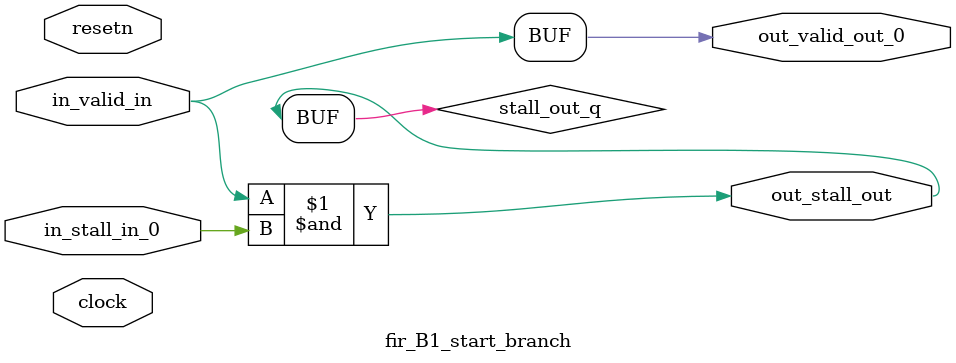
<source format=sv>



(* altera_attribute = "-name AUTO_SHIFT_REGISTER_RECOGNITION OFF; -name MESSAGE_DISABLE 10036; -name MESSAGE_DISABLE 10037; -name MESSAGE_DISABLE 14130; -name MESSAGE_DISABLE 14320; -name MESSAGE_DISABLE 15400; -name MESSAGE_DISABLE 14130; -name MESSAGE_DISABLE 10036; -name MESSAGE_DISABLE 12020; -name MESSAGE_DISABLE 12030; -name MESSAGE_DISABLE 12010; -name MESSAGE_DISABLE 12110; -name MESSAGE_DISABLE 14320; -name MESSAGE_DISABLE 13410; -name MESSAGE_DISABLE 113007; -name MESSAGE_DISABLE 10958" *)
module fir_B1_start_branch (
    input wire [0:0] in_stall_in_0,
    input wire [0:0] in_valid_in,
    output wire [0:0] out_stall_out,
    output wire [0:0] out_valid_out_0,
    input wire clock,
    input wire resetn
    );

    wire [0:0] stall_out_q;


    // stall_out(LOGICAL,6)
    assign stall_out_q = in_valid_in & in_stall_in_0;

    // out_stall_out(GPOUT,4)
    assign out_stall_out = stall_out_q;

    // out_valid_out_0(GPOUT,5)
    assign out_valid_out_0 = in_valid_in;

endmodule

</source>
